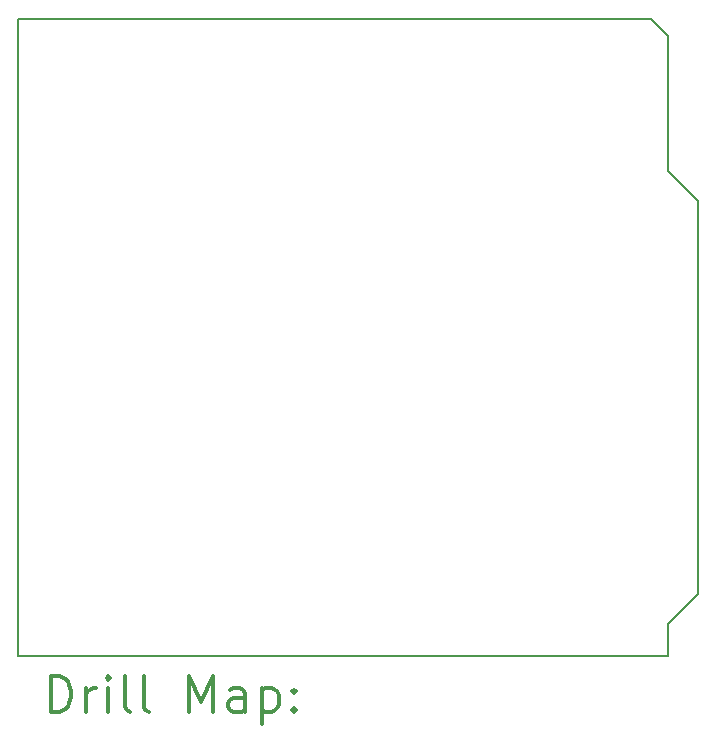
<source format=gbr>
%FSLAX45Y45*%
G04 Gerber Fmt 4.5, Leading zero omitted, Abs format (unit mm)*
G04 Created by KiCad (PCBNEW (5.0.0)) date 11/01/18 21:51:45*
%MOMM*%
%LPD*%
G01*
G04 APERTURE LIST*
%ADD10C,0.200000*%
%ADD11C,0.300000*%
G04 APERTURE END LIST*
D10*
X19478640Y-9426760D02*
X19478640Y-6099360D01*
X19082400Y-4560120D02*
X13723000Y-4560120D01*
X19224640Y-4702360D02*
X19082400Y-4560120D01*
X19224640Y-5845360D02*
X19224640Y-4702360D01*
X19478640Y-6099360D02*
X19224640Y-5845360D01*
X19224640Y-9680760D02*
X19478640Y-9426760D01*
X19224640Y-9950000D02*
X19224640Y-9680760D01*
X13723000Y-9950000D02*
X19224640Y-9950000D01*
X13723000Y-4560120D02*
X13723000Y-9950000D01*
D10*
D11*
X13999428Y-10425714D02*
X13999428Y-10125714D01*
X14070857Y-10125714D01*
X14113714Y-10140000D01*
X14142286Y-10168572D01*
X14156571Y-10197143D01*
X14170857Y-10254286D01*
X14170857Y-10297143D01*
X14156571Y-10354286D01*
X14142286Y-10382857D01*
X14113714Y-10411429D01*
X14070857Y-10425714D01*
X13999428Y-10425714D01*
X14299428Y-10425714D02*
X14299428Y-10225714D01*
X14299428Y-10282857D02*
X14313714Y-10254286D01*
X14328000Y-10240000D01*
X14356571Y-10225714D01*
X14385143Y-10225714D01*
X14485143Y-10425714D02*
X14485143Y-10225714D01*
X14485143Y-10125714D02*
X14470857Y-10140000D01*
X14485143Y-10154286D01*
X14499428Y-10140000D01*
X14485143Y-10125714D01*
X14485143Y-10154286D01*
X14670857Y-10425714D02*
X14642286Y-10411429D01*
X14628000Y-10382857D01*
X14628000Y-10125714D01*
X14828000Y-10425714D02*
X14799428Y-10411429D01*
X14785143Y-10382857D01*
X14785143Y-10125714D01*
X15170857Y-10425714D02*
X15170857Y-10125714D01*
X15270857Y-10340000D01*
X15370857Y-10125714D01*
X15370857Y-10425714D01*
X15642286Y-10425714D02*
X15642286Y-10268572D01*
X15628000Y-10240000D01*
X15599428Y-10225714D01*
X15542286Y-10225714D01*
X15513714Y-10240000D01*
X15642286Y-10411429D02*
X15613714Y-10425714D01*
X15542286Y-10425714D01*
X15513714Y-10411429D01*
X15499428Y-10382857D01*
X15499428Y-10354286D01*
X15513714Y-10325714D01*
X15542286Y-10311429D01*
X15613714Y-10311429D01*
X15642286Y-10297143D01*
X15785143Y-10225714D02*
X15785143Y-10525714D01*
X15785143Y-10240000D02*
X15813714Y-10225714D01*
X15870857Y-10225714D01*
X15899428Y-10240000D01*
X15913714Y-10254286D01*
X15928000Y-10282857D01*
X15928000Y-10368572D01*
X15913714Y-10397143D01*
X15899428Y-10411429D01*
X15870857Y-10425714D01*
X15813714Y-10425714D01*
X15785143Y-10411429D01*
X16056571Y-10397143D02*
X16070857Y-10411429D01*
X16056571Y-10425714D01*
X16042286Y-10411429D01*
X16056571Y-10397143D01*
X16056571Y-10425714D01*
X16056571Y-10240000D02*
X16070857Y-10254286D01*
X16056571Y-10268572D01*
X16042286Y-10254286D01*
X16056571Y-10240000D01*
X16056571Y-10268572D01*
M02*

</source>
